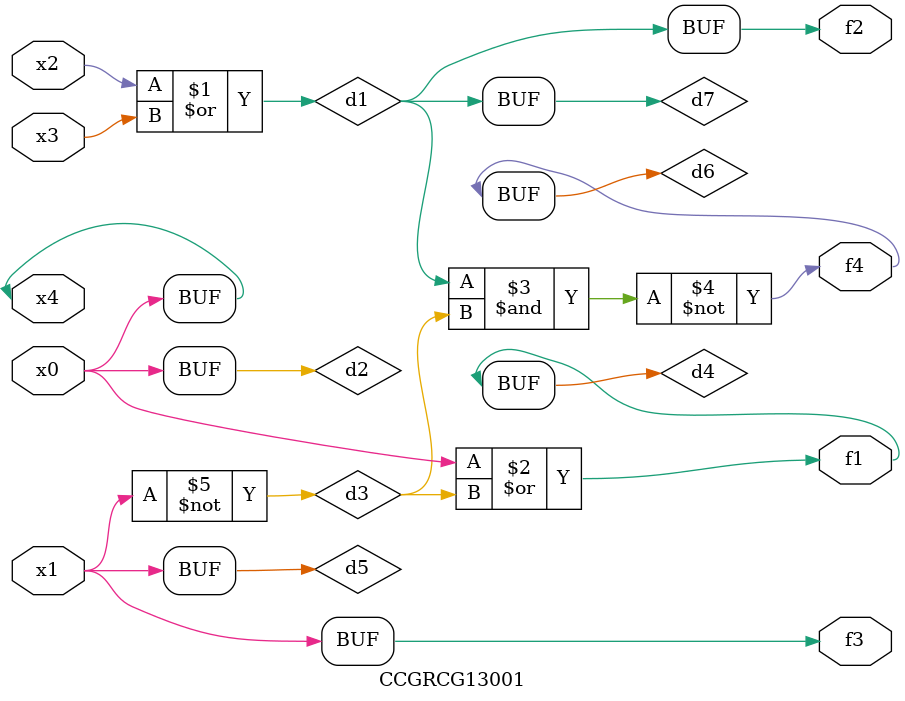
<source format=v>
module CCGRCG13001(
	input x0, x1, x2, x3, x4,
	output f1, f2, f3, f4
);

	wire d1, d2, d3, d4, d5, d6, d7;

	or (d1, x2, x3);
	buf (d2, x0, x4);
	not (d3, x1);
	or (d4, d2, d3);
	not (d5, d3);
	nand (d6, d1, d3);
	or (d7, d1);
	assign f1 = d4;
	assign f2 = d7;
	assign f3 = d5;
	assign f4 = d6;
endmodule

</source>
